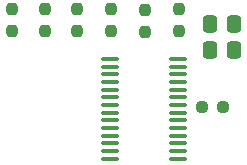
<source format=gbr>
%TF.GenerationSoftware,KiCad,Pcbnew,8.0.1*%
%TF.CreationDate,2024-04-22T23:19:19-07:00*%
%TF.ProjectId,ThrottleControlBoard,5468726f-7474-46c6-9543-6f6e74726f6c,rev?*%
%TF.SameCoordinates,Original*%
%TF.FileFunction,Paste,Top*%
%TF.FilePolarity,Positive*%
%FSLAX46Y46*%
G04 Gerber Fmt 4.6, Leading zero omitted, Abs format (unit mm)*
G04 Created by KiCad (PCBNEW 8.0.1) date 2024-04-22 23:19:19*
%MOMM*%
%LPD*%
G01*
G04 APERTURE LIST*
G04 Aperture macros list*
%AMRoundRect*
0 Rectangle with rounded corners*
0 $1 Rounding radius*
0 $2 $3 $4 $5 $6 $7 $8 $9 X,Y pos of 4 corners*
0 Add a 4 corners polygon primitive as box body*
4,1,4,$2,$3,$4,$5,$6,$7,$8,$9,$2,$3,0*
0 Add four circle primitives for the rounded corners*
1,1,$1+$1,$2,$3*
1,1,$1+$1,$4,$5*
1,1,$1+$1,$6,$7*
1,1,$1+$1,$8,$9*
0 Add four rect primitives between the rounded corners*
20,1,$1+$1,$2,$3,$4,$5,0*
20,1,$1+$1,$4,$5,$6,$7,0*
20,1,$1+$1,$6,$7,$8,$9,0*
20,1,$1+$1,$8,$9,$2,$3,0*%
G04 Aperture macros list end*
%ADD10RoundRect,0.250000X-0.337500X-0.475000X0.337500X-0.475000X0.337500X0.475000X-0.337500X0.475000X0*%
%ADD11RoundRect,0.237500X-0.250000X-0.237500X0.250000X-0.237500X0.250000X0.237500X-0.250000X0.237500X0*%
%ADD12RoundRect,0.237500X0.237500X-0.250000X0.237500X0.250000X-0.237500X0.250000X-0.237500X-0.250000X0*%
%ADD13RoundRect,0.100000X-0.637500X-0.100000X0.637500X-0.100000X0.637500X0.100000X-0.637500X0.100000X0*%
G04 APERTURE END LIST*
D10*
%TO.C,C2*%
X30902500Y-14420000D03*
X32977500Y-14420000D03*
%TD*%
%TO.C,C1*%
X30902500Y-12220000D03*
X32977500Y-12220000D03*
%TD*%
D11*
%TO.C,R7*%
X30215000Y-19250000D03*
X32040000Y-19250000D03*
%TD*%
D12*
%TO.C,R6*%
X22490000Y-12815000D03*
X22490000Y-10990000D03*
%TD*%
%TO.C,R5*%
X25390000Y-12865000D03*
X25390000Y-11040000D03*
%TD*%
%TO.C,R4*%
X16920000Y-12785000D03*
X16920000Y-10960000D03*
%TD*%
%TO.C,R3*%
X19680000Y-12785000D03*
X19680000Y-10960000D03*
%TD*%
%TO.C,R2*%
X28320000Y-12805000D03*
X28320000Y-10980000D03*
%TD*%
%TO.C,R1*%
X14100000Y-12785000D03*
X14100000Y-10960000D03*
%TD*%
D13*
%TO.C,U1*%
X22440000Y-15175000D03*
X22440000Y-15825000D03*
X22440000Y-16475000D03*
X22440000Y-17125000D03*
X22440000Y-17775000D03*
X22440000Y-18425000D03*
X22440000Y-19075000D03*
X22440000Y-19725000D03*
X22440000Y-20375000D03*
X22440000Y-21025000D03*
X22440000Y-21675000D03*
X22440000Y-22325000D03*
X22440000Y-22975000D03*
X22440000Y-23625000D03*
X28165000Y-23625000D03*
X28165000Y-22975000D03*
X28165000Y-22325000D03*
X28165000Y-21675000D03*
X28165000Y-21025000D03*
X28165000Y-20375000D03*
X28165000Y-19725000D03*
X28165000Y-19075000D03*
X28165000Y-18425000D03*
X28165000Y-17775000D03*
X28165000Y-17125000D03*
X28165000Y-16475000D03*
X28165000Y-15825000D03*
X28165000Y-15175000D03*
%TD*%
M02*

</source>
